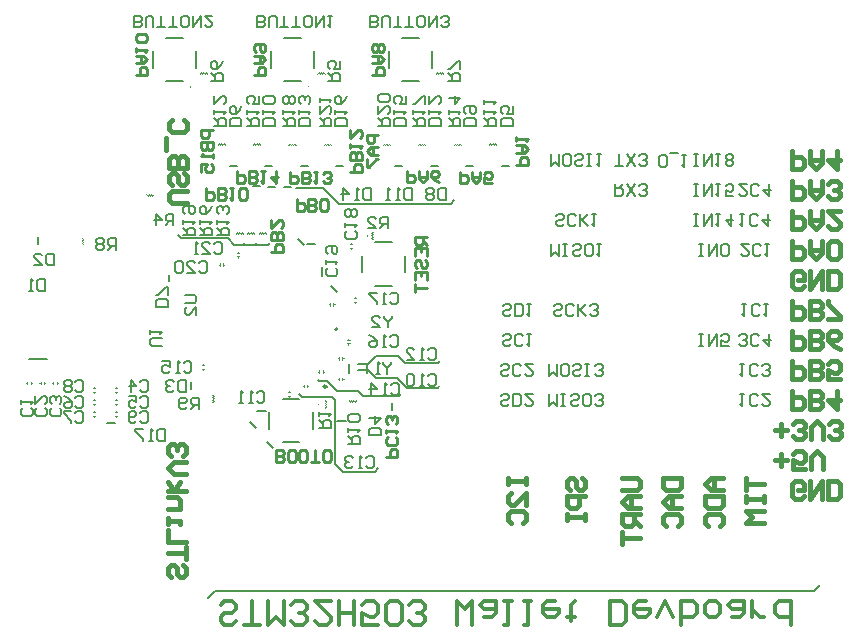
<source format=gbo>
G04*
G04 #@! TF.GenerationSoftware,Altium Limited,Altium Designer,26.2.0 (7)*
G04*
G04 Layer_Color=32896*
%FSLAX44Y44*%
%MOMM*%
G71*
G04*
G04 #@! TF.SameCoordinates,5073EF85-569D-4715-B1C4-D54BA00D27BC*
G04*
G04*
G04 #@! TF.FilePolarity,Positive*
G04*
G01*
G75*
%ADD10C,0.2000*%
%ADD11C,0.2540*%
%ADD12C,0.2500*%
%ADD13C,0.3000*%
%ADD14C,0.1000*%
%ADD21C,0.1600*%
%ADD59C,0.4000*%
%ADD60C,0.1530*%
D10*
X277830Y271638D02*
G03*
X277830Y271638I-1000J0D01*
G01*
X135634Y312420D02*
X135636Y317500D01*
X277000Y409452D02*
X283000D01*
X327000D02*
X333000D01*
X206804Y392544D02*
X212804D01*
X247000Y409452D02*
X253000D01*
X357000D02*
X363000D01*
X219504Y392430D02*
X225504D01*
X217000Y409452D02*
X223000D01*
X387000Y409452D02*
X393000D01*
X232458Y392430D02*
X238458D01*
X187000Y409452D02*
X193000D01*
X417000D02*
X423000D01*
X323850Y203500D02*
Y209500D01*
X24638Y343964D02*
Y349964D01*
X309992Y345398D02*
X323992D01*
X309992Y308398D02*
X323992D01*
X334992Y319898D02*
Y333898D01*
X298992Y319898D02*
Y333898D01*
X287648Y234502D02*
Y242002D01*
X302648Y234502D02*
Y242002D01*
X257006Y187310D02*
Y201310D01*
X220006Y187310D02*
Y201310D01*
X231506Y176310D02*
X245506D01*
X231506Y212310D02*
X245506D01*
X153924Y220774D02*
Y226774D01*
X333000Y481500D02*
X347000D01*
X333000Y518500D02*
X347000D01*
X322000Y493000D02*
Y507000D01*
X358000Y493000D02*
Y507000D01*
X133000Y481500D02*
X147000D01*
X133000Y518500D02*
X147000D01*
X122000Y493000D02*
Y507000D01*
X158000Y493000D02*
Y507000D01*
X233000Y481500D02*
X247000D01*
X233000Y518500D02*
X247000D01*
X222000Y493000D02*
Y507000D01*
X258000Y493000D02*
Y507000D01*
D11*
X318852Y163354D02*
X328848D01*
Y168352D01*
X327182Y170018D01*
X323850D01*
X322184Y168352D01*
Y163354D01*
X327182Y180015D02*
X328848Y178349D01*
Y175016D01*
X327182Y173350D01*
X320518D01*
X318852Y175016D01*
Y178349D01*
X320518Y180015D01*
X318852Y183347D02*
Y186679D01*
Y185013D01*
X328848D01*
X327182Y183347D01*
Y191678D02*
X328848Y193344D01*
Y196676D01*
X327182Y198342D01*
X325516D01*
X323850Y196676D01*
Y195010D01*
Y196676D01*
X322184Y198342D01*
X320518D01*
X318852Y196676D01*
Y193344D01*
X320518Y191678D01*
X166656Y390824D02*
Y380828D01*
X171654D01*
X173320Y382494D01*
Y385826D01*
X171654Y387492D01*
X166656D01*
X176652Y380828D02*
Y390824D01*
X181651D01*
X183317Y389158D01*
Y387492D01*
X181651Y385826D01*
X176652D01*
X181651D01*
X183317Y384160D01*
Y382494D01*
X181651Y380828D01*
X176652D01*
X186649Y390824D02*
X189981D01*
X188315D01*
Y380828D01*
X186649Y382494D01*
X194980D02*
X196646Y380828D01*
X199978D01*
X201644Y382494D01*
Y389158D01*
X199978Y390824D01*
X196646D01*
X194980Y389158D01*
Y382494D01*
X221792Y337162D02*
X231789D01*
Y342160D01*
X230123Y343826D01*
X226790D01*
X225124Y342160D01*
Y337162D01*
X231789Y347159D02*
X221792D01*
Y352157D01*
X223458Y353823D01*
X225124D01*
X226790Y352157D01*
Y347159D01*
Y352157D01*
X228456Y353823D01*
X230123D01*
X231789Y352157D01*
Y347159D01*
X221792Y363820D02*
Y357155D01*
X228456Y363820D01*
X230123D01*
X231789Y362154D01*
Y358822D01*
X230123Y357155D01*
X237776Y405048D02*
Y395051D01*
X242774D01*
X244440Y396718D01*
Y400050D01*
X242774Y401716D01*
X237776D01*
X247772Y395051D02*
Y405048D01*
X252771D01*
X254437Y403382D01*
Y401716D01*
X252771Y400050D01*
X247772D01*
X252771D01*
X254437Y398384D01*
Y396718D01*
X252771Y395051D01*
X247772D01*
X257769Y405048D02*
X261101D01*
X259435D01*
Y395051D01*
X257769Y396718D01*
X266100D02*
X267766Y395051D01*
X271098D01*
X272764Y396718D01*
Y398384D01*
X271098Y400050D01*
X269432D01*
X271098D01*
X272764Y401716D01*
Y403382D01*
X271098Y405048D01*
X267766D01*
X266100Y403382D01*
X243465Y381938D02*
Y371942D01*
X248463D01*
X250129Y373608D01*
Y376940D01*
X248463Y378606D01*
X243465D01*
X253462Y371942D02*
Y381938D01*
X258460D01*
X260126Y380272D01*
Y378606D01*
X258460Y376940D01*
X253462D01*
X258460D01*
X260126Y375274D01*
Y373608D01*
X258460Y371942D01*
X253462D01*
X263458Y373608D02*
X265125Y371942D01*
X268457D01*
X270123Y373608D01*
Y380272D01*
X268457Y381938D01*
X265125D01*
X263458Y380272D01*
Y373608D01*
X337294Y405867D02*
Y395871D01*
X342292D01*
X343958Y397537D01*
Y400869D01*
X342292Y402535D01*
X337294D01*
X347291Y405867D02*
Y399203D01*
X350623Y395871D01*
X353955Y399203D01*
Y405867D01*
Y400869D01*
X347291D01*
X363952Y395871D02*
X360620Y397537D01*
X357287Y400869D01*
Y404201D01*
X358954Y405867D01*
X362286D01*
X363952Y404201D01*
Y402535D01*
X362286Y400869D01*
X357287D01*
X312695Y435788D02*
X302699D01*
Y430790D01*
X304365Y429124D01*
X307697D01*
X309363Y430790D01*
Y435788D01*
X312695Y425791D02*
X306031D01*
X302699Y422459D01*
X306031Y419127D01*
X312695D01*
X307697D01*
Y425791D01*
X302699Y415794D02*
Y409130D01*
X304365D01*
X311029Y415794D01*
X312695D01*
X381998Y405105D02*
Y395109D01*
X386996D01*
X388662Y396775D01*
Y400107D01*
X386996Y401773D01*
X381998D01*
X391995Y405105D02*
Y398441D01*
X395327Y395109D01*
X398659Y398441D01*
Y405105D01*
Y400107D01*
X391995D01*
X408656Y395109D02*
X401991D01*
Y400107D01*
X405324Y398441D01*
X406990D01*
X408656Y400107D01*
Y403439D01*
X406990Y405105D01*
X403658D01*
X401991Y403439D01*
X428937Y410796D02*
X438933D01*
Y415794D01*
X437267Y417461D01*
X433935D01*
X432269Y415794D01*
Y410796D01*
X428937Y420793D02*
X435601D01*
X438933Y424125D01*
X435601Y427457D01*
X428937D01*
X433935D01*
Y420793D01*
X428937Y430790D02*
Y434122D01*
Y432456D01*
X438933D01*
X437267Y430790D01*
X288880Y404908D02*
X298876D01*
Y409906D01*
X297210Y411572D01*
X293878D01*
X292212Y409906D01*
Y404908D01*
X298876Y414904D02*
X288880D01*
Y419903D01*
X290546Y421569D01*
X292212D01*
X293878Y419903D01*
Y414904D01*
Y419903D01*
X295544Y421569D01*
X297210D01*
X298876Y419903D01*
Y414904D01*
X288880Y424901D02*
Y428233D01*
Y426567D01*
X298876D01*
X297210Y424901D01*
X288880Y439896D02*
Y433232D01*
X295544Y439896D01*
X297210D01*
X298876Y438230D01*
Y434898D01*
X297210Y433232D01*
X172638Y439896D02*
X162642D01*
Y434898D01*
X164308Y433232D01*
X167640D01*
X169306Y434898D01*
Y439896D01*
X162642Y429899D02*
X172638D01*
Y424901D01*
X170972Y423235D01*
X169306D01*
X167640Y424901D01*
Y429899D01*
Y424901D01*
X165974Y423235D01*
X164308D01*
X162642Y424901D01*
Y429899D01*
X172638Y419903D02*
Y416571D01*
Y418237D01*
X162642D01*
X164308Y419903D01*
X162642Y404908D02*
Y411572D01*
X167640D01*
X165974Y408240D01*
Y406574D01*
X167640Y404908D01*
X170972D01*
X172638Y406574D01*
Y409906D01*
X170972Y411572D01*
X193072Y405810D02*
Y395813D01*
X198070D01*
X199736Y397480D01*
Y400812D01*
X198070Y402478D01*
X193072D01*
X203068Y395813D02*
Y405810D01*
X208067D01*
X209733Y404144D01*
Y402478D01*
X208067Y400812D01*
X203068D01*
X208067D01*
X209733Y399146D01*
Y397480D01*
X208067Y395813D01*
X203068D01*
X213065Y405810D02*
X216397D01*
X214731D01*
Y395813D01*
X213065Y397480D01*
X226394Y405810D02*
Y395813D01*
X221396Y400812D01*
X228060D01*
X107086Y486664D02*
X117083D01*
Y491662D01*
X115417Y493329D01*
X112084D01*
X110418Y491662D01*
Y486664D01*
X107086Y496661D02*
X113750D01*
X117083Y499993D01*
X113750Y503325D01*
X107086D01*
X112084D01*
Y496661D01*
X107086Y506658D02*
Y509990D01*
Y508324D01*
X117083D01*
X115417Y506658D01*
Y514988D02*
X117083Y516654D01*
Y519987D01*
X115417Y521653D01*
X108752D01*
X107086Y519987D01*
Y516654D01*
X108752Y514988D01*
X115417D01*
X207086Y486664D02*
X217083D01*
Y491662D01*
X215417Y493329D01*
X212084D01*
X210418Y491662D01*
Y486664D01*
X207086Y496661D02*
X213750D01*
X217083Y499993D01*
X213750Y503325D01*
X207086D01*
X212084D01*
Y496661D01*
X208752Y506658D02*
X207086Y508324D01*
Y511656D01*
X208752Y513322D01*
X215417D01*
X217083Y511656D01*
Y508324D01*
X215417Y506658D01*
X213750D01*
X212084Y508324D01*
Y513322D01*
X307086Y486664D02*
X317083D01*
Y491662D01*
X315417Y493329D01*
X312084D01*
X310418Y491662D01*
Y486664D01*
X307086Y496661D02*
X313750D01*
X317083Y499993D01*
X313750Y503325D01*
X307086D01*
X312084D01*
Y496661D01*
X315417Y506658D02*
X317083Y508324D01*
Y511656D01*
X315417Y513322D01*
X313750D01*
X312084Y511656D01*
X310418Y513322D01*
X308752D01*
X307086Y511656D01*
Y508324D01*
X308752Y506658D01*
X310418D01*
X312084Y508324D01*
X313750Y506658D01*
X315417D01*
X312084Y508324D02*
Y511656D01*
D12*
X268833Y222930D02*
G03*
X268833Y222930I-1250J0D01*
G01*
X225848Y159594D02*
Y169590D01*
X230847D01*
X232513Y167924D01*
Y166258D01*
X230847Y164592D01*
X225848D01*
X230847D01*
X232513Y162926D01*
Y161260D01*
X230847Y159594D01*
X225848D01*
X240843D02*
X237511D01*
X235845Y161260D01*
Y167924D01*
X237511Y169590D01*
X240843D01*
X242509Y167924D01*
Y161260D01*
X240843Y159594D01*
X250840D02*
X247508D01*
X245842Y161260D01*
Y167924D01*
X247508Y169590D01*
X250840D01*
X252506Y167924D01*
Y161260D01*
X250840Y159594D01*
X255839D02*
X262503D01*
X259171D01*
Y169590D01*
X265835Y161260D02*
X267501Y159594D01*
X270834D01*
X272500Y161260D01*
Y167924D01*
X270834Y169590D01*
X267501D01*
X265835Y167924D01*
Y161260D01*
X353486Y349970D02*
X343490D01*
Y344971D01*
X345156Y343305D01*
X348488D01*
X350154Y344971D01*
Y349970D01*
Y346638D02*
X353486Y343305D01*
X343490Y333308D02*
Y339973D01*
X353486D01*
Y333308D01*
X348488Y339973D02*
Y336641D01*
X345156Y323312D02*
X343490Y324978D01*
Y328310D01*
X345156Y329976D01*
X346822D01*
X348488Y328310D01*
Y324978D01*
X350154Y323312D01*
X351820D01*
X353486Y324978D01*
Y328310D01*
X351820Y329976D01*
X343490Y313315D02*
Y319979D01*
X353486D01*
Y313315D01*
X348488Y319979D02*
Y316647D01*
X343490Y309983D02*
Y303318D01*
Y306650D01*
X353486D01*
D13*
X192351Y24578D02*
X189019Y21245D01*
X182354D01*
X179022Y24578D01*
Y27910D01*
X182354Y31242D01*
X189019D01*
X192351Y34574D01*
Y37906D01*
X189019Y41239D01*
X182354D01*
X179022Y37906D01*
X199016Y21245D02*
X212345D01*
X205680D01*
Y41239D01*
X219009D02*
Y21245D01*
X225674Y27910D01*
X232338Y21245D01*
Y41239D01*
X239003Y24578D02*
X242335Y21245D01*
X249000D01*
X252332Y24578D01*
Y27910D01*
X249000Y31242D01*
X245667D01*
X249000D01*
X252332Y34574D01*
Y37906D01*
X249000Y41239D01*
X242335D01*
X239003Y37906D01*
X272325Y41239D02*
X258996D01*
X272325Y27910D01*
Y24578D01*
X268993Y21245D01*
X262328D01*
X258996Y24578D01*
X278990Y21245D02*
Y41239D01*
Y31242D01*
X292319D01*
Y21245D01*
Y41239D01*
X312312Y21245D02*
X298983D01*
Y31242D01*
X305648Y27910D01*
X308980D01*
X312312Y31242D01*
Y37906D01*
X308980Y41239D01*
X302316D01*
X298983Y37906D01*
X318977Y24578D02*
X322309Y21245D01*
X328974D01*
X332306Y24578D01*
Y37906D01*
X328974Y41239D01*
X322309D01*
X318977Y37906D01*
Y24578D01*
X338970D02*
X342303Y21245D01*
X348967D01*
X352299Y24578D01*
Y27910D01*
X348967Y31242D01*
X345635D01*
X348967D01*
X352299Y34574D01*
Y37906D01*
X348967Y41239D01*
X342303D01*
X338970Y37906D01*
X378958Y21245D02*
Y41239D01*
X385622Y34574D01*
X392287Y41239D01*
Y21245D01*
X402283Y27910D02*
X408948D01*
X412280Y31242D01*
Y41239D01*
X402283D01*
X398951Y37906D01*
X402283Y34574D01*
X412280D01*
X418945Y41239D02*
X425609D01*
X422277D01*
Y21245D01*
X418945D01*
X435606Y41239D02*
X442271D01*
X438938D01*
Y21245D01*
X435606D01*
X462264Y41239D02*
X455600D01*
X452267Y37906D01*
Y31242D01*
X455600Y27910D01*
X462264D01*
X465596Y31242D01*
Y34574D01*
X452267D01*
X475593Y24578D02*
Y27910D01*
X472261D01*
X478925D01*
X475593D01*
Y37906D01*
X478925Y41239D01*
X508916Y21245D02*
Y41239D01*
X518912D01*
X522245Y37906D01*
Y24578D01*
X518912Y21245D01*
X508916D01*
X538906Y41239D02*
X532242D01*
X528909Y37906D01*
Y31242D01*
X532242Y27910D01*
X538906D01*
X542238Y31242D01*
Y34574D01*
X528909D01*
X548903Y27910D02*
X555567Y41239D01*
X562232Y27910D01*
X568896Y21245D02*
Y41239D01*
X578893D01*
X582225Y37906D01*
Y34574D01*
Y31242D01*
X578893Y27910D01*
X568896D01*
X592222Y41239D02*
X598887D01*
X602219Y37906D01*
Y31242D01*
X598887Y27910D01*
X592222D01*
X588890Y31242D01*
Y37906D01*
X592222Y41239D01*
X612216Y27910D02*
X618880D01*
X622212Y31242D01*
Y41239D01*
X612216D01*
X608884Y37906D01*
X612216Y34574D01*
X622212D01*
X628877Y27910D02*
Y41239D01*
Y34574D01*
X632209Y31242D01*
X635541Y27910D01*
X638874D01*
X662200Y21245D02*
Y41239D01*
X652203D01*
X648871Y37906D01*
Y31242D01*
X652203Y27910D01*
X662200D01*
D14*
X303242Y350898D02*
G03*
X303242Y349898I0J-500D01*
G01*
D02*
G03*
X303242Y350898I0J500D01*
G01*
X262506Y208060D02*
G03*
X261506Y208060I-500J0D01*
G01*
D02*
G03*
X262506Y208060I500J0D01*
G01*
X353750Y476000D02*
G03*
X353750Y477000I0J500D01*
G01*
D02*
G03*
X353750Y476000I0J-500D01*
G01*
X153750D02*
G03*
X153750Y477000I0J500D01*
G01*
D02*
G03*
X153750Y476000I0J-500D01*
G01*
X253750D02*
G03*
X253750Y477000I0J500D01*
G01*
D02*
G03*
X253750Y476000I0J-500D01*
G01*
X291592Y211582D02*
X292608Y210058D01*
X293624Y211582D01*
X289560D02*
X290576Y210058D01*
X291592Y211582D01*
X288544Y210058D02*
X289560Y211582D01*
X287528D02*
X288544Y210058D01*
X267208Y209296D02*
X268732Y210312D01*
X267208Y211328D02*
X268732Y210312D01*
X267208Y207264D02*
X268732Y208280D01*
X267208Y209296D02*
X268732Y208280D01*
X267208Y207264D02*
X268732Y206248D01*
X267208Y205232D02*
X268732Y206248D01*
X177332Y326390D02*
X178332D01*
Y325390D02*
Y327390D01*
X181332Y326390D02*
X182332D01*
X181332Y325390D02*
Y327390D01*
X212344Y353568D02*
X213360Y352044D01*
X211328D02*
X212344Y353568D01*
X214376D02*
X215392Y352044D01*
X213360D02*
X214376Y353568D01*
X215392Y352044D02*
X216408Y353568D01*
X217424Y352044D01*
X270550Y292608D02*
X271550D01*
Y291608D02*
Y293608D01*
X274550Y292608D02*
X275550D01*
X274550Y291608D02*
Y293608D01*
X282170Y229616D02*
X283170D01*
X282170Y228616D02*
Y230616D01*
X278170Y229616D02*
X279170D01*
Y228616D02*
Y230616D01*
X271526Y428752D02*
X272542Y427228D01*
X270510D02*
X271526Y428752D01*
X268478Y427228D02*
X269494Y428752D01*
X270510Y427228D01*
X266446D02*
X267462Y428752D01*
X268478Y427228D01*
X321564Y428752D02*
X322580Y427228D01*
X320548D02*
X321564Y428752D01*
X318516Y427228D02*
X319532Y428752D01*
X320548Y427228D01*
X316484D02*
X317500Y428752D01*
X318516Y427228D01*
X197104Y353570D02*
X198120Y352046D01*
X196088D02*
X197104Y353570D01*
X194056Y352046D02*
X195072Y353570D01*
X196088Y352046D01*
X192024D02*
X193040Y353570D01*
X194056Y352046D01*
X241554Y428752D02*
X242570Y427228D01*
X240538D02*
X241554Y428752D01*
X238506Y427228D02*
X239522Y428752D01*
X240538Y427228D01*
X236474D02*
X237490Y428752D01*
X238506Y427228D01*
X351536Y428752D02*
X352552Y427228D01*
X350520D02*
X351536Y428752D01*
X348488Y427228D02*
X349504Y428752D01*
X350520Y427228D01*
X346456D02*
X347472Y428752D01*
X348488Y427228D01*
X206502Y353568D02*
X207518Y352044D01*
X205486D02*
X206502Y353568D01*
X203454Y352044D02*
X204470Y353568D01*
X205486Y352044D01*
X201422D02*
X202438Y353568D01*
X203454Y352044D01*
X211582Y428872D02*
X212598Y427348D01*
X210566D02*
X211582Y428872D01*
X208534Y427348D02*
X209550Y428872D01*
X210566Y427348D01*
X206502D02*
X207518Y428872D01*
X208534Y427348D01*
X381508Y428752D02*
X382524Y427228D01*
X380492D02*
X381508Y428752D01*
X378460Y427228D02*
X379476Y428752D01*
X380492Y427228D01*
X376428D02*
X377444Y428752D01*
X378460Y427228D01*
X181610Y428872D02*
X182626Y427348D01*
X180594D02*
X181610Y428872D01*
X178562Y427348D02*
X179578Y428872D01*
X180594Y427348D01*
X176530D02*
X177546Y428872D01*
X178562Y427348D01*
X411480Y429006D02*
X412496Y427482D01*
X410464D02*
X411480Y429006D01*
X408432Y427482D02*
X409448Y429006D01*
X410464Y427482D01*
X406400D02*
X407416Y429006D01*
X408432Y427482D01*
X171702Y210058D02*
X173226Y211074D01*
X171702Y212090D02*
X173226Y211074D01*
X171702Y214122D02*
X173226Y213106D01*
X171702Y212090D02*
X173226Y213106D01*
X171702Y216154D02*
X173226Y215138D01*
X171702Y214122D02*
X173226Y215138D01*
X61328Y348742D02*
X62852Y349758D01*
X61328Y348742D02*
X62852Y347726D01*
X61328Y346710D02*
X62852Y345694D01*
X61328Y346710D02*
X62852Y347726D01*
X61328Y344678D02*
X62852Y343662D01*
X61328Y344678D02*
X62852Y345694D01*
X366522Y489582D02*
X367538Y488058D01*
X365506D02*
X366522Y489582D01*
X363474Y488058D02*
X364490Y489582D01*
X365506Y488058D01*
X361442D02*
X362458Y489582D01*
X363474Y488058D01*
X166624Y489582D02*
X167640Y488058D01*
X165608D02*
X166624Y489582D01*
X163576Y488058D02*
X164592Y489582D01*
X165608Y488058D01*
X161544D02*
X162560Y489582D01*
X163576Y488058D01*
X266192Y489582D02*
X267208Y488058D01*
X265176D02*
X266192Y489582D01*
X263144Y488058D02*
X264160Y489582D01*
X265176Y488058D01*
X261112D02*
X262128Y489582D01*
X263144Y488058D01*
X89678Y201525D02*
X91678D01*
X90678D02*
Y202525D01*
X89678Y198525D02*
X91678D01*
X90678Y197525D02*
Y198525D01*
X70803Y218425D02*
X72803D01*
X71803Y217425D02*
Y218425D01*
X70803Y221425D02*
X72803D01*
X71803D02*
Y222425D01*
X70803Y198359D02*
X72803D01*
X71803Y197359D02*
Y198359D01*
X70803Y201359D02*
X72803D01*
X71803D02*
Y202359D01*
X18542Y225314D02*
Y227314D01*
Y226314D02*
X19542D01*
X15542Y225314D02*
Y227314D01*
X14542Y226314D02*
X15542D01*
X288304Y340638D02*
X290304D01*
X289304Y339638D02*
Y340638D01*
X288304Y343638D02*
X290304D01*
X289304D02*
Y344638D01*
X90678Y217591D02*
Y218591D01*
X89678D02*
X91678D01*
X90678Y221591D02*
Y222591D01*
X89678Y221591D02*
X91678D01*
X193056Y336272D02*
X195056D01*
X194056D02*
Y337272D01*
X193056Y333272D02*
X195056D01*
X194056Y332272D02*
Y333272D01*
X292116Y294918D02*
X294116D01*
X293116Y293918D02*
Y294918D01*
X292116Y297918D02*
X294116D01*
X293116D02*
Y298918D01*
X286274Y262612D02*
X288274D01*
X287274D02*
Y263612D01*
X286274Y259612D02*
X288274D01*
X287274Y258612D02*
Y259612D01*
X262660Y234712D02*
Y236712D01*
X261660Y235712D02*
X262660D01*
X265660Y234712D02*
Y236712D01*
Y235712D02*
X266660D01*
X249452Y222520D02*
Y224520D01*
X248452Y223520D02*
X249452D01*
X252452Y222520D02*
Y224520D01*
Y223520D02*
X253452D01*
X282170Y245888D02*
Y247888D01*
Y246888D02*
X283170D01*
X279170Y245888D02*
Y247888D01*
X278170Y246888D02*
X279170D01*
X236236Y215162D02*
X238236D01*
X237236Y214162D02*
Y215162D01*
X236236Y218162D02*
X238236D01*
X237236D02*
Y219162D01*
X163084Y241276D02*
X165084D01*
X164084D02*
Y242276D01*
X163084Y238276D02*
X165084D01*
X164084Y237276D02*
Y238276D01*
X70803Y208519D02*
X72803D01*
X71803Y207519D02*
Y208519D01*
X70803Y211519D02*
X72803D01*
X71803D02*
Y212519D01*
X306800Y353060D02*
X308324Y354076D01*
X306800Y353060D02*
X308324Y352044D01*
X306800Y351028D02*
X308324Y350012D01*
X306800Y351028D02*
X308324Y352044D01*
X306800Y348996D02*
X308324Y347980D01*
X306800Y348996D02*
X308324Y350012D01*
X120396Y385826D02*
X121412Y384302D01*
X122428Y385826D01*
X118364D02*
X119380Y384302D01*
X120396Y385826D01*
X117348Y384302D02*
X118364Y385826D01*
X116332D02*
X117348Y384302D01*
X90678Y207685D02*
Y208685D01*
X89678D02*
X91678D01*
X90678Y211685D02*
Y212685D01*
X89678Y211685D02*
X91678D01*
X36386Y226314D02*
X37386D01*
Y225314D02*
Y227314D01*
X40386Y226314D02*
X41386D01*
X40386Y225314D02*
Y227314D01*
X25718Y226314D02*
X26718D01*
Y225314D02*
Y227314D01*
X29718Y226314D02*
X30718D01*
X29718Y225314D02*
Y227314D01*
D21*
X373888Y377952D02*
X376682Y380746D01*
X354330Y377952D02*
X373888D01*
X279400D02*
X354330D01*
X295656Y219456D02*
X299974Y215138D01*
X145542Y348488D02*
X185166D01*
X142748Y351282D02*
X145542Y348488D01*
X185166D02*
X190500Y343154D01*
X198374D02*
X200152Y344932D01*
X208026Y343154D02*
X209804Y344932D01*
X190500Y343154D02*
X218948D01*
X220726Y344932D01*
X264922Y316992D02*
Y324104D01*
X218253Y176292D02*
X223282Y171263D01*
X210312Y202184D02*
X217424D01*
X277876Y193802D02*
X284988D01*
X272272Y308289D02*
X277301Y303260D01*
X252222Y343660D02*
X259334D01*
X203775Y193056D02*
X208804Y188027D01*
X244579Y348160D02*
X249608Y343131D01*
X82804Y192278D02*
X89916D01*
X681736Y50038D02*
X686816Y55118D01*
X174498Y50038D02*
X681736D01*
X168529Y44069D02*
X174498Y50038D01*
X242570Y391414D02*
X265938D01*
X279400Y377952D01*
X16884Y246806D02*
X31884D01*
X330200Y215138D02*
X331724Y216662D01*
X299974Y215138D02*
X330200D01*
X277622Y219456D02*
X295656D01*
X269494Y227584D02*
X277622Y219456D01*
X362966Y243332D02*
X364744Y245110D01*
X335026Y243332D02*
X362966D01*
X329438Y248920D02*
X335026Y243332D01*
X362966Y222250D02*
X364236Y223520D01*
X337058Y222250D02*
X362966D01*
X328676Y230632D02*
X337058Y222250D01*
X309626Y150876D02*
X312674Y153924D01*
X282956Y150876D02*
X309626D01*
X276098Y157734D02*
X282956Y150876D01*
X276098Y157734D02*
Y211328D01*
X273050Y214376D02*
X276098Y211328D01*
X247650Y214376D02*
X273050D01*
X245618Y216408D02*
X247650Y214376D01*
X261366Y228600D02*
X262382Y227584D01*
X269494D01*
X321056Y230632D02*
X328676D01*
X321056Y248920D02*
X329438D01*
X310642Y230632D02*
X321056D01*
X304038Y237236D02*
X310642Y230632D01*
X295402Y237236D02*
X304038D01*
X295402Y242316D02*
X304038D01*
X310642Y248920D01*
X321056D01*
D59*
X662622Y371518D02*
Y356283D01*
X670239D01*
X672779Y358822D01*
Y363900D01*
X670239Y366439D01*
X662622D01*
X677857Y371518D02*
Y361361D01*
X682935Y356283D01*
X688014Y361361D01*
Y371518D01*
Y363900D01*
X677857D01*
X703249Y371518D02*
X693092D01*
X703249Y361361D01*
Y358822D01*
X700710Y356283D01*
X695631D01*
X693092Y358822D01*
X672779Y308022D02*
X670239Y305483D01*
X665161D01*
X662622Y308022D01*
Y318178D01*
X665161Y320718D01*
X670239D01*
X672779Y318178D01*
Y313100D01*
X667700D01*
X677857Y320718D02*
Y305483D01*
X688014Y320718D01*
Y305483D01*
X693092D02*
Y320718D01*
X700710D01*
X703249Y318178D01*
Y308022D01*
X700710Y305483D01*
X693092D01*
X662622Y269918D02*
Y254682D01*
X670239D01*
X672779Y257222D01*
Y262300D01*
X670239Y264839D01*
X662622D01*
X677857Y254682D02*
Y269918D01*
X685475D01*
X688014Y267378D01*
Y264839D01*
X685475Y262300D01*
X677857D01*
X685475D01*
X688014Y259761D01*
Y257222D01*
X685475Y254682D01*
X677857D01*
X703249D02*
X698170Y257222D01*
X693092Y262300D01*
Y267378D01*
X695631Y269918D01*
X700710D01*
X703249Y267378D01*
Y264839D01*
X700710Y262300D01*
X693092D01*
X662622Y295317D02*
Y280082D01*
X670239D01*
X672779Y282622D01*
Y287700D01*
X670239Y290239D01*
X662622D01*
X677857Y280082D02*
Y295317D01*
X685475D01*
X688014Y292778D01*
Y290239D01*
X685475Y287700D01*
X677857D01*
X685475D01*
X688014Y285161D01*
Y282622D01*
X685475Y280082D01*
X677857D01*
X693092D02*
X703249D01*
Y282622D01*
X693092Y292778D01*
Y295317D01*
X662622Y244517D02*
Y229282D01*
X670239D01*
X672779Y231822D01*
Y236900D01*
X670239Y239439D01*
X662622D01*
X677857Y229282D02*
Y244517D01*
X685475D01*
X688014Y241978D01*
Y239439D01*
X685475Y236900D01*
X677857D01*
X685475D01*
X688014Y234361D01*
Y231822D01*
X685475Y229282D01*
X677857D01*
X703249D02*
X693092D01*
Y236900D01*
X698170Y234361D01*
X700710D01*
X703249Y236900D01*
Y241978D01*
X700710Y244517D01*
X695631D01*
X693092Y241978D01*
X662622Y219118D02*
Y203882D01*
X670239D01*
X672779Y206422D01*
Y211500D01*
X670239Y214039D01*
X662622D01*
X677857Y203882D02*
Y219118D01*
X685475D01*
X688014Y216578D01*
Y214039D01*
X685475Y211500D01*
X677857D01*
X685475D01*
X688014Y208961D01*
Y206422D01*
X685475Y203882D01*
X677857D01*
X700710Y219118D02*
Y203882D01*
X693092Y211500D01*
X703249D01*
X662622Y422318D02*
Y407082D01*
X670239D01*
X672779Y409622D01*
Y414700D01*
X670239Y417239D01*
X662622D01*
X677857Y422318D02*
Y412161D01*
X682935Y407082D01*
X688014Y412161D01*
Y422318D01*
Y414700D01*
X677857D01*
X700710Y422318D02*
Y407082D01*
X693092Y414700D01*
X703249D01*
X662622Y396917D02*
Y381682D01*
X670239D01*
X672779Y384222D01*
Y389300D01*
X670239Y391839D01*
X662622D01*
X677857Y396917D02*
Y386761D01*
X682935Y381682D01*
X688014Y386761D01*
Y396917D01*
Y389300D01*
X677857D01*
X693092Y384222D02*
X695631Y381682D01*
X700710D01*
X703249Y384222D01*
Y386761D01*
X700710Y389300D01*
X698170D01*
X700710D01*
X703249Y391839D01*
Y394378D01*
X700710Y396917D01*
X695631D01*
X693092Y394378D01*
X662622Y346118D02*
Y330882D01*
X670239D01*
X672779Y333422D01*
Y338500D01*
X670239Y341039D01*
X662622D01*
X677857Y346118D02*
Y335961D01*
X682935Y330882D01*
X688014Y335961D01*
Y346118D01*
Y338500D01*
X677857D01*
X693092Y333422D02*
X695631Y330882D01*
X700710D01*
X703249Y333422D01*
Y343578D01*
X700710Y346118D01*
X695631D01*
X693092Y343578D01*
Y333422D01*
X624000Y146000D02*
Y135843D01*
Y140922D01*
X639235D01*
X624000Y130765D02*
Y125687D01*
Y128226D01*
X639235D01*
Y130765D01*
Y125687D01*
Y118069D02*
X624000D01*
X629078Y112991D01*
X624000Y107912D01*
X639235D01*
X474922Y135843D02*
X472383Y138383D01*
Y143461D01*
X474922Y146000D01*
X477461D01*
X480000Y143461D01*
Y138383D01*
X482539Y135843D01*
X485078D01*
X487617Y138383D01*
Y143461D01*
X485078Y146000D01*
X487617Y130765D02*
X472383D01*
Y123147D01*
X474922Y120608D01*
X480000D01*
X482539Y123147D01*
Y130765D01*
X472383Y115530D02*
Y110451D01*
Y112991D01*
X487617D01*
Y115530D01*
Y110451D01*
X422382Y146000D02*
Y140922D01*
Y143461D01*
X437617D01*
Y146000D01*
Y140922D01*
Y123147D02*
Y133304D01*
X427461Y123147D01*
X424922D01*
X422382Y125687D01*
Y130765D01*
X424922Y133304D01*
Y107912D02*
X422382Y110451D01*
Y115530D01*
X424922Y118069D01*
X435078D01*
X437617Y115530D01*
Y110451D01*
X435078Y107912D01*
X554002Y146000D02*
X569238D01*
Y138383D01*
X566698Y135843D01*
X556542D01*
X554002Y138383D01*
Y146000D01*
X569238Y130765D02*
X559081D01*
X554002Y125687D01*
X559081Y120608D01*
X569238D01*
X561620D01*
Y130765D01*
X556542Y105373D02*
X554002Y107912D01*
Y112991D01*
X556542Y115530D01*
X566698D01*
X569238Y112991D01*
Y107912D01*
X566698Y105373D01*
X519002Y146000D02*
X531698D01*
X534238Y143461D01*
Y138383D01*
X531698Y135843D01*
X519002D01*
X534238Y130765D02*
X524081D01*
X519002Y125687D01*
X524081Y120608D01*
X534238D01*
X526620D01*
Y130765D01*
X534238Y115530D02*
X519002D01*
Y107912D01*
X521542Y105373D01*
X526620D01*
X529159Y107912D01*
Y115530D01*
Y110451D02*
X534238Y105373D01*
X519002Y100295D02*
Y90138D01*
Y95216D01*
X534238D01*
X604238Y146000D02*
X594081D01*
X589002Y140922D01*
X594081Y135843D01*
X604238D01*
X596620D01*
Y146000D01*
X589002Y130765D02*
X604238D01*
Y123147D01*
X601698Y120608D01*
X591542D01*
X589002Y123147D01*
Y130765D01*
X591542Y105373D02*
X589002Y107912D01*
Y112991D01*
X591542Y115530D01*
X601698D01*
X604238Y112991D01*
Y107912D01*
X601698Y105373D01*
X648652Y186100D02*
X658809D01*
X653730Y181022D02*
Y191178D01*
X663887Y181022D02*
X666426Y178482D01*
X671505D01*
X674044Y181022D01*
Y183561D01*
X671505Y186100D01*
X668965D01*
X671505D01*
X674044Y188639D01*
Y191178D01*
X671505Y193717D01*
X666426D01*
X663887Y191178D01*
X679122Y178482D02*
Y188639D01*
X684201Y193717D01*
X689279Y188639D01*
Y178482D01*
X694357Y181022D02*
X696896Y178482D01*
X701975D01*
X704514Y181022D01*
Y183561D01*
X701975Y186100D01*
X699436D01*
X701975D01*
X704514Y188639D01*
Y191178D01*
X701975Y193717D01*
X696896D01*
X694357Y191178D01*
X648652Y160700D02*
X658809D01*
X653730Y155622D02*
Y165778D01*
X674044Y153082D02*
X663887D01*
Y160700D01*
X668965Y158161D01*
X671505D01*
X674044Y160700D01*
Y165778D01*
X671505Y168318D01*
X666426D01*
X663887Y165778D01*
X679122Y153082D02*
Y163239D01*
X684201Y168318D01*
X689279Y163239D01*
Y153082D01*
X672779Y130222D02*
X670239Y127682D01*
X665161D01*
X662622Y130222D01*
Y140378D01*
X665161Y142917D01*
X670239D01*
X672779Y140378D01*
Y135300D01*
X667700D01*
X677857Y142917D02*
Y127682D01*
X688014Y142917D01*
Y127682D01*
X693092D02*
Y142917D01*
X700710D01*
X703249Y140378D01*
Y130222D01*
X700710Y127682D01*
X693092D01*
X146988Y71875D02*
X149488Y69376D01*
Y64377D01*
X146988Y61878D01*
X144489D01*
X141990Y64377D01*
Y69376D01*
X139491Y71875D01*
X136992D01*
X134492Y69376D01*
Y64377D01*
X136992Y61878D01*
X149488Y76873D02*
Y86870D01*
Y81872D01*
X134492D01*
X149488Y91868D02*
X134492D01*
Y101865D01*
Y106864D02*
Y111862D01*
Y109363D01*
X144489D01*
Y106864D01*
X134492Y119360D02*
X144489D01*
Y126857D01*
X141990Y129356D01*
X134492D01*
Y134355D02*
X149488D01*
X139491D02*
X144489Y141852D01*
X139491Y134355D02*
X134492Y141852D01*
X149488Y149350D02*
X139491D01*
X134492Y154348D01*
X139491Y159347D01*
X149488D01*
X146988Y164345D02*
X149488Y166844D01*
Y171843D01*
X146988Y174342D01*
X144489D01*
X141990Y171843D01*
Y169343D01*
Y171843D01*
X139491Y174342D01*
X136992D01*
X134492Y171843D01*
Y166844D01*
X136992Y164345D01*
X150737Y378523D02*
X138241D01*
X135742Y381022D01*
Y386021D01*
X138241Y388520D01*
X150737D01*
X148238Y403515D02*
X150737Y401016D01*
Y396018D01*
X148238Y393518D01*
X145739D01*
X143240Y396018D01*
Y401016D01*
X140740Y403515D01*
X138241D01*
X135742Y401016D01*
Y396018D01*
X138241Y393518D01*
X150737Y408514D02*
X135742D01*
Y416011D01*
X138241Y418510D01*
X140740D01*
X143240Y416011D01*
Y408514D01*
Y416011D01*
X145739Y418510D01*
X148238D01*
X150737Y416011D01*
Y408514D01*
X133243Y423509D02*
Y433506D01*
X148238Y448501D02*
X150737Y446002D01*
Y441003D01*
X148238Y438504D01*
X138241D01*
X135742Y441003D01*
Y446002D01*
X138241Y448501D01*
D60*
X425002Y258968D02*
X423335Y257302D01*
X420003D01*
X418337Y258968D01*
Y260634D01*
X420003Y262300D01*
X423335D01*
X425002Y263966D01*
Y265632D01*
X423335Y267298D01*
X420003D01*
X418337Y265632D01*
X434998Y258968D02*
X433332Y257302D01*
X430000D01*
X428334Y258968D01*
Y265632D01*
X430000Y267298D01*
X433332D01*
X434998Y265632D01*
X438331Y267298D02*
X441663D01*
X439997D01*
Y257302D01*
X438331Y258968D01*
X425002Y284368D02*
X423335Y282702D01*
X420003D01*
X418337Y284368D01*
Y286034D01*
X420003Y287700D01*
X423335D01*
X425002Y289366D01*
Y291032D01*
X423335Y292698D01*
X420003D01*
X418337Y291032D01*
X428334Y282702D02*
Y292698D01*
X433332D01*
X434998Y291032D01*
Y284368D01*
X433332Y282702D01*
X428334D01*
X438331Y292698D02*
X441663D01*
X439997D01*
Y282702D01*
X438331Y284368D01*
X468337D02*
X466671Y282702D01*
X463339D01*
X461673Y284368D01*
Y286034D01*
X463339Y287700D01*
X466671D01*
X468337Y289366D01*
Y291032D01*
X466671Y292698D01*
X463339D01*
X461673Y291032D01*
X478334Y284368D02*
X476668Y282702D01*
X473335D01*
X471669Y284368D01*
Y291032D01*
X473335Y292698D01*
X476668D01*
X478334Y291032D01*
X481666Y282702D02*
Y292698D01*
Y289366D01*
X488331Y282702D01*
X483332Y287700D01*
X488331Y292698D01*
X491663Y284368D02*
X493329Y282702D01*
X496661D01*
X498327Y284368D01*
Y286034D01*
X496661Y287700D01*
X494995D01*
X496661D01*
X498327Y289366D01*
Y291032D01*
X496661Y292698D01*
X493329D01*
X491663Y291032D01*
X457507Y241898D02*
Y231902D01*
X460840Y235234D01*
X464172Y231902D01*
Y241898D01*
X472502Y231902D02*
X469170D01*
X467504Y233568D01*
Y240232D01*
X469170Y241898D01*
X472502D01*
X474169Y240232D01*
Y233568D01*
X472502Y231902D01*
X484165Y233568D02*
X482499Y231902D01*
X479167D01*
X477501Y233568D01*
Y235234D01*
X479167Y236900D01*
X482499D01*
X484165Y238566D01*
Y240232D01*
X482499Y241898D01*
X479167D01*
X477501Y240232D01*
X487498Y231902D02*
X490830D01*
X489164D01*
Y241898D01*
X487498D01*
X490830D01*
X495828Y233568D02*
X497494Y231902D01*
X500827D01*
X502493Y233568D01*
Y235234D01*
X500827Y236900D01*
X499160D01*
X500827D01*
X502493Y238566D01*
Y240232D01*
X500827Y241898D01*
X497494D01*
X495828Y240232D01*
X459173Y419698D02*
Y409702D01*
X462506Y413034D01*
X465838Y409702D01*
Y419698D01*
X474169Y409702D02*
X470836D01*
X469170Y411368D01*
Y418032D01*
X470836Y419698D01*
X474169D01*
X475835Y418032D01*
Y411368D01*
X474169Y409702D01*
X485831Y411368D02*
X484165Y409702D01*
X480833D01*
X479167Y411368D01*
Y413034D01*
X480833Y414700D01*
X484165D01*
X485831Y416366D01*
Y418032D01*
X484165Y419698D01*
X480833D01*
X479167Y418032D01*
X489164Y409702D02*
X492496D01*
X490830D01*
Y419698D01*
X489164D01*
X492496D01*
X497494D02*
X500827D01*
X499160D01*
Y409702D01*
X497494Y411368D01*
X459173Y343498D02*
Y333502D01*
X462506Y336834D01*
X465838Y333502D01*
Y343498D01*
X469170Y333502D02*
X472502D01*
X470836D01*
Y343498D01*
X469170D01*
X472502D01*
X484165Y335168D02*
X482499Y333502D01*
X479167D01*
X477501Y335168D01*
Y336834D01*
X479167Y338500D01*
X482499D01*
X484165Y340166D01*
Y341832D01*
X482499Y343498D01*
X479167D01*
X477501Y341832D01*
X492496Y333502D02*
X489164D01*
X487498Y335168D01*
Y341832D01*
X489164Y343498D01*
X492496D01*
X494162Y341832D01*
Y335168D01*
X492496Y333502D01*
X497494Y343498D02*
X500827D01*
X499160D01*
Y333502D01*
X497494Y335168D01*
X470003Y360568D02*
X468337Y358902D01*
X465005D01*
X463339Y360568D01*
Y362234D01*
X465005Y363900D01*
X468337D01*
X470003Y365566D01*
Y367232D01*
X468337Y368898D01*
X465005D01*
X463339Y367232D01*
X480000Y360568D02*
X478334Y358902D01*
X475002D01*
X473335Y360568D01*
Y367232D01*
X475002Y368898D01*
X478334D01*
X480000Y367232D01*
X483332Y358902D02*
Y368898D01*
Y365566D01*
X489997Y358902D01*
X484998Y363900D01*
X489997Y368898D01*
X493329D02*
X496661D01*
X494995D01*
Y358902D01*
X493329Y360568D01*
X513291Y409702D02*
X519955D01*
X516623D01*
Y419698D01*
X523288Y409702D02*
X529952Y419698D01*
Y409702D02*
X523288Y419698D01*
X533284Y411368D02*
X534951Y409702D01*
X538283D01*
X539949Y411368D01*
Y413034D01*
X538283Y414700D01*
X536617D01*
X538283D01*
X539949Y416366D01*
Y418032D01*
X538283Y419698D01*
X534951D01*
X533284Y418032D01*
X513291Y394298D02*
Y384302D01*
X518289D01*
X519955Y385968D01*
Y389300D01*
X518289Y390966D01*
X513291D01*
X516623D02*
X519955Y394298D01*
X523288Y384302D02*
X529952Y394298D01*
Y384302D02*
X523288Y394298D01*
X533284Y385968D02*
X534951Y384302D01*
X538283D01*
X539949Y385968D01*
Y387634D01*
X538283Y389300D01*
X536617D01*
X538283D01*
X539949Y390966D01*
Y392632D01*
X538283Y394298D01*
X534951D01*
X533284Y392632D01*
X554955Y408869D02*
X551623D01*
X549957Y410535D01*
Y417199D01*
X551623Y418865D01*
X554955D01*
X556622Y417199D01*
Y410535D01*
X554955Y408869D01*
X559954Y420532D02*
X566618D01*
X569951Y418865D02*
X573283D01*
X571617D01*
Y408869D01*
X569951Y410535D01*
X584124Y257302D02*
X587456D01*
X585790D01*
Y267298D01*
X584124D01*
X587456D01*
X592455D02*
Y257302D01*
X599119Y267298D01*
Y257302D01*
X609116D02*
X602451D01*
Y262300D01*
X605784Y260634D01*
X607450D01*
X609116Y262300D01*
Y265632D01*
X607450Y267298D01*
X604118D01*
X602451Y265632D01*
X579959Y384302D02*
X583291D01*
X581625D01*
Y394298D01*
X579959D01*
X583291D01*
X588289D02*
Y384302D01*
X594954Y394298D01*
Y384302D01*
X598286Y394298D02*
X601618D01*
X599952D01*
Y384302D01*
X598286Y385968D01*
X613281Y384302D02*
X606617D01*
Y389300D01*
X609949Y387634D01*
X611615D01*
X613281Y389300D01*
Y392632D01*
X611615Y394298D01*
X608283D01*
X606617Y392632D01*
X579959Y409702D02*
X583291D01*
X581625D01*
Y419698D01*
X579959D01*
X583291D01*
X588289D02*
Y409702D01*
X594954Y419698D01*
Y409702D01*
X598286Y419698D02*
X601618D01*
X599952D01*
Y409702D01*
X598286Y411368D01*
X606617D02*
X608283Y409702D01*
X611615D01*
X613281Y411368D01*
Y413034D01*
X611615Y414700D01*
X613281Y416366D01*
Y418032D01*
X611615Y419698D01*
X608283D01*
X606617Y418032D01*
Y416366D01*
X608283Y414700D01*
X606617Y413034D01*
Y411368D01*
X608283Y414700D02*
X611615D01*
X579959Y358902D02*
X583291D01*
X581625D01*
Y368898D01*
X579959D01*
X583291D01*
X588289D02*
Y358902D01*
X594954Y368898D01*
Y358902D01*
X598286Y368898D02*
X601618D01*
X599952D01*
Y358902D01*
X598286Y360568D01*
X611615Y368898D02*
Y358902D01*
X606617Y363900D01*
X613281D01*
X584124Y333502D02*
X587456D01*
X585790D01*
Y343498D01*
X584124D01*
X587456D01*
X592455D02*
Y333502D01*
X599119Y343498D01*
Y333502D01*
X602451Y335168D02*
X604118Y333502D01*
X607450D01*
X609116Y335168D01*
Y341832D01*
X607450Y343498D01*
X604118D01*
X602451Y341832D01*
Y335168D01*
X626622Y343498D02*
X619957D01*
X626622Y336834D01*
Y335168D01*
X624955Y333502D01*
X621623D01*
X619957Y335168D01*
X636618D02*
X634952Y333502D01*
X631620D01*
X629954Y335168D01*
Y341832D01*
X631620Y343498D01*
X634952D01*
X636618Y341832D01*
X639951Y343498D02*
X643283D01*
X641617D01*
Y333502D01*
X639951Y335168D01*
X619124Y368898D02*
X622456D01*
X620790D01*
Y358902D01*
X619124Y360568D01*
X634119D02*
X632453Y358902D01*
X629121D01*
X627455Y360568D01*
Y367232D01*
X629121Y368898D01*
X632453D01*
X634119Y367232D01*
X642450Y368898D02*
Y358902D01*
X637452Y363900D01*
X644116D01*
X624955Y394298D02*
X618291D01*
X624955Y387634D01*
Y385968D01*
X623289Y384302D01*
X619957D01*
X618291Y385968D01*
X634952D02*
X633286Y384302D01*
X629954D01*
X628288Y385968D01*
Y392632D01*
X629954Y394298D01*
X633286D01*
X634952Y392632D01*
X643283Y394298D02*
Y384302D01*
X638284Y389300D01*
X644949D01*
X618291Y258968D02*
X619957Y257302D01*
X623289D01*
X624955Y258968D01*
Y260634D01*
X623289Y262300D01*
X621623D01*
X623289D01*
X624955Y263966D01*
Y265632D01*
X623289Y267298D01*
X619957D01*
X618291Y265632D01*
X634952Y258968D02*
X633286Y257302D01*
X629954D01*
X628288Y258968D01*
Y265632D01*
X629954Y267298D01*
X633286D01*
X634952Y265632D01*
X643283Y267298D02*
Y257302D01*
X638284Y262300D01*
X644949D01*
X620790Y292698D02*
X624122D01*
X622456D01*
Y282702D01*
X620790Y284368D01*
X635785D02*
X634119Y282702D01*
X630787D01*
X629121Y284368D01*
Y291032D01*
X630787Y292698D01*
X634119D01*
X635785Y291032D01*
X639118Y292698D02*
X642450D01*
X640784D01*
Y282702D01*
X639118Y284368D01*
X423335Y233568D02*
X421669Y231902D01*
X418337D01*
X416671Y233568D01*
Y235234D01*
X418337Y236900D01*
X421669D01*
X423335Y238566D01*
Y240232D01*
X421669Y241898D01*
X418337D01*
X416671Y240232D01*
X433332Y233568D02*
X431666Y231902D01*
X428334D01*
X426668Y233568D01*
Y240232D01*
X428334Y241898D01*
X431666D01*
X433332Y240232D01*
X443329Y241898D02*
X436665D01*
X443329Y235234D01*
Y233568D01*
X441663Y231902D01*
X438331D01*
X436665Y233568D01*
X423335Y208168D02*
X421669Y206502D01*
X418337D01*
X416671Y208168D01*
Y209834D01*
X418337Y211500D01*
X421669D01*
X423335Y213166D01*
Y214832D01*
X421669Y216498D01*
X418337D01*
X416671Y214832D01*
X426668Y206502D02*
Y216498D01*
X431666D01*
X433332Y214832D01*
Y208168D01*
X431666Y206502D01*
X426668D01*
X443329Y216498D02*
X436665D01*
X443329Y209834D01*
Y208168D01*
X441663Y206502D01*
X438331D01*
X436665Y208168D01*
X619124Y216498D02*
X622456D01*
X620790D01*
Y206502D01*
X619124Y208168D01*
X634119D02*
X632453Y206502D01*
X629121D01*
X627455Y208168D01*
Y214832D01*
X629121Y216498D01*
X632453D01*
X634119Y214832D01*
X644116Y216498D02*
X637452D01*
X644116Y209834D01*
Y208168D01*
X642450Y206502D01*
X639118D01*
X637452Y208168D01*
X619124Y241898D02*
X622456D01*
X620790D01*
Y231902D01*
X619124Y233568D01*
X634119D02*
X632453Y231902D01*
X629121D01*
X627455Y233568D01*
Y240232D01*
X629121Y241898D01*
X632453D01*
X634119Y240232D01*
X637452Y233568D02*
X639118Y231902D01*
X642450D01*
X644116Y233568D01*
Y235234D01*
X642450Y236900D01*
X640784D01*
X642450D01*
X644116Y238566D01*
Y240232D01*
X642450Y241898D01*
X639118D01*
X637452Y240232D01*
X457507Y216498D02*
Y206502D01*
X460840Y209834D01*
X464172Y206502D01*
Y216498D01*
X467504Y206502D02*
X470836D01*
X469170D01*
Y216498D01*
X467504D01*
X470836D01*
X482499Y208168D02*
X480833Y206502D01*
X477501D01*
X475835Y208168D01*
Y209834D01*
X477501Y211500D01*
X480833D01*
X482499Y213166D01*
Y214832D01*
X480833Y216498D01*
X477501D01*
X475835Y214832D01*
X490830Y206502D02*
X487498D01*
X485831Y208168D01*
Y214832D01*
X487498Y216498D01*
X490830D01*
X492496Y214832D01*
Y208168D01*
X490830Y206502D01*
X495828Y208168D02*
X497494Y206502D01*
X500827D01*
X502493Y208168D01*
Y209834D01*
X500827Y211500D01*
X499160D01*
X500827D01*
X502493Y213166D01*
Y214832D01*
X500827Y216498D01*
X497494D01*
X495828Y214832D01*
X131622Y187116D02*
Y177120D01*
X126624D01*
X124958Y178786D01*
Y185450D01*
X126624Y187116D01*
X131622D01*
X121625Y177120D02*
X118293D01*
X119959D01*
Y187116D01*
X121625Y185450D01*
X113294Y187116D02*
X106630D01*
Y185450D01*
X113294Y178786D01*
Y177120D01*
X30287Y314370D02*
Y304374D01*
X25288D01*
X23622Y306040D01*
Y312704D01*
X25288Y314370D01*
X30287D01*
X20290Y304374D02*
X16957D01*
X18624D01*
Y314370D01*
X20290Y312704D01*
X134284Y290627D02*
X124288D01*
Y295626D01*
X125954Y297292D01*
X132618D01*
X134284Y295626D01*
Y290627D01*
Y300624D02*
Y307289D01*
X132618D01*
X125954Y300624D01*
X124288D01*
X262972Y444040D02*
X272968D01*
Y449038D01*
X271302Y450704D01*
X267970D01*
X266304Y449038D01*
Y444040D01*
Y447372D02*
X262972Y450704D01*
Y460701D02*
Y454037D01*
X269636Y460701D01*
X271302D01*
X272968Y459035D01*
Y455703D01*
X271302Y454037D01*
X262972Y464034D02*
Y467366D01*
Y465700D01*
X272968D01*
X271302Y464034D01*
X312756Y444040D02*
X322752D01*
Y449038D01*
X321086Y450704D01*
X317754D01*
X316088Y449038D01*
Y444040D01*
Y447372D02*
X312756Y450704D01*
Y460701D02*
Y454037D01*
X319420Y460701D01*
X321086D01*
X322752Y459035D01*
Y455703D01*
X321086Y454037D01*
Y464034D02*
X322752Y465700D01*
Y469032D01*
X321086Y470698D01*
X314422D01*
X312756Y469032D01*
Y465700D01*
X314422Y464034D01*
X321086D01*
X147402Y350978D02*
X157398D01*
Y355976D01*
X155732Y357642D01*
X152400D01*
X150734Y355976D01*
Y350978D01*
Y354310D02*
X147402Y357642D01*
Y360975D02*
Y364307D01*
Y362641D01*
X157398D01*
X155732Y360975D01*
X149068Y369305D02*
X147402Y370971D01*
Y374304D01*
X149068Y375970D01*
X155732D01*
X157398Y374304D01*
Y370971D01*
X155732Y369305D01*
X154066D01*
X152400Y370971D01*
Y375970D01*
X231984Y444040D02*
X241980D01*
Y449038D01*
X240314Y450704D01*
X236982D01*
X235316Y449038D01*
Y444040D01*
Y447372D02*
X231984Y450704D01*
Y454037D02*
Y457369D01*
Y455703D01*
X241980D01*
X240314Y454037D01*
Y462367D02*
X241980Y464034D01*
Y467366D01*
X240314Y469032D01*
X238648D01*
X236982Y467366D01*
X235316Y469032D01*
X233650D01*
X231984Y467366D01*
Y464034D01*
X233650Y462367D01*
X235316D01*
X236982Y464034D01*
X238648Y462367D01*
X240314D01*
X236982Y464034D02*
Y467366D01*
X341966Y444040D02*
X351962D01*
Y449038D01*
X350296Y450704D01*
X346964D01*
X345298Y449038D01*
Y444040D01*
Y447372D02*
X341966Y450704D01*
Y454037D02*
Y457369D01*
Y455703D01*
X351962D01*
X350296Y454037D01*
X351962Y462367D02*
Y469032D01*
X350296D01*
X343632Y462367D01*
X341966D01*
X161626Y350978D02*
X171622D01*
Y355976D01*
X169956Y357642D01*
X166624D01*
X164958Y355976D01*
Y350978D01*
Y354310D02*
X161626Y357642D01*
Y360975D02*
Y364307D01*
Y362641D01*
X171622D01*
X169956Y360975D01*
X171622Y375970D02*
X169956Y372638D01*
X166624Y369305D01*
X163292D01*
X161626Y370971D01*
Y374304D01*
X163292Y375970D01*
X164958D01*
X166624Y374304D01*
Y369305D01*
X201758Y444040D02*
X211754D01*
Y449038D01*
X210088Y450704D01*
X206756D01*
X205090Y449038D01*
Y444040D01*
Y447372D02*
X201758Y450704D01*
Y454037D02*
Y457369D01*
Y455703D01*
X211754D01*
X210088Y454037D01*
X211754Y469032D02*
Y462367D01*
X206756D01*
X208422Y465700D01*
Y467366D01*
X206756Y469032D01*
X203424D01*
X201758Y467366D01*
Y464034D01*
X203424Y462367D01*
X372192Y444040D02*
X382188D01*
Y449038D01*
X380522Y450704D01*
X377190D01*
X375524Y449038D01*
Y444040D01*
Y447372D02*
X372192Y450704D01*
Y454037D02*
Y457369D01*
Y455703D01*
X382188D01*
X380522Y454037D01*
X372192Y467366D02*
X382188D01*
X377190Y462367D01*
Y469032D01*
X176358Y350978D02*
X186354D01*
Y355976D01*
X184688Y357642D01*
X181356D01*
X179690Y355976D01*
Y350978D01*
Y354310D02*
X176358Y357642D01*
Y360975D02*
Y364307D01*
Y362641D01*
X186354D01*
X184688Y360975D01*
Y369305D02*
X186354Y370971D01*
Y374304D01*
X184688Y375970D01*
X183022D01*
X181356Y374304D01*
Y372638D01*
Y374304D01*
X179690Y375970D01*
X178024D01*
X176358Y374304D01*
Y370971D01*
X178024Y369305D01*
X173564Y444040D02*
X183560D01*
Y449038D01*
X181894Y450704D01*
X178562D01*
X176896Y449038D01*
Y444040D01*
Y447372D02*
X173564Y450704D01*
Y454037D02*
Y457369D01*
Y455703D01*
X183560D01*
X181894Y454037D01*
X173564Y469032D02*
Y462367D01*
X180228Y469032D01*
X181894D01*
X183560Y467366D01*
Y464034D01*
X181894Y462367D01*
X402418Y444040D02*
X412414D01*
Y449038D01*
X410748Y450704D01*
X407416D01*
X405750Y449038D01*
Y444040D01*
Y447372D02*
X402418Y450704D01*
Y454037D02*
Y457369D01*
Y455703D01*
X412414D01*
X410748Y454037D01*
X402418Y462367D02*
Y465700D01*
Y464034D01*
X412414D01*
X410748Y462367D01*
X286848Y174702D02*
X296844D01*
Y179700D01*
X295178Y181367D01*
X291846D01*
X290180Y179700D01*
Y174702D01*
Y178034D02*
X286848Y181367D01*
Y184699D02*
Y188031D01*
Y186365D01*
X296844D01*
X295178Y184699D01*
Y193029D02*
X296844Y194695D01*
Y198028D01*
X295178Y199694D01*
X288514D01*
X286848Y198028D01*
Y194695D01*
X288514Y193029D01*
X295178D01*
X160731Y203790D02*
Y213786D01*
X155732D01*
X154066Y212120D01*
Y208788D01*
X155732Y207122D01*
X160731D01*
X157398D02*
X154066Y203790D01*
X150734Y205456D02*
X149068Y203790D01*
X145736D01*
X144069Y205456D01*
Y212120D01*
X145736Y213786D01*
X149068D01*
X150734Y212120D01*
Y210454D01*
X149068Y208788D01*
X144069D01*
X90373Y338664D02*
Y348660D01*
X85374D01*
X83708Y346994D01*
Y343662D01*
X85374Y341996D01*
X90373D01*
X87040D02*
X83708Y338664D01*
X80376Y346994D02*
X78710Y348660D01*
X75377D01*
X73711Y346994D01*
Y345328D01*
X75377Y343662D01*
X73711Y341996D01*
Y340330D01*
X75377Y338664D01*
X78710D01*
X80376Y340330D01*
Y341996D01*
X78710Y343662D01*
X80376Y345328D01*
Y346994D01*
X78710Y343662D02*
X75377D01*
X371430Y481889D02*
X381426D01*
Y486888D01*
X379760Y488554D01*
X376428D01*
X374762Y486888D01*
Y481889D01*
Y485222D02*
X371430Y488554D01*
X381426Y491886D02*
Y498551D01*
X379760D01*
X373096Y491886D01*
X371430D01*
X171278Y481889D02*
X181274D01*
Y486888D01*
X179608Y488554D01*
X176276D01*
X174610Y486888D01*
Y481889D01*
Y485222D02*
X171278Y488554D01*
X181274Y498551D02*
X179608Y495218D01*
X176276Y491886D01*
X172944D01*
X171278Y493552D01*
Y496884D01*
X172944Y498551D01*
X174610D01*
X176276Y496884D01*
Y491886D01*
X270338Y481889D02*
X280334D01*
Y486888D01*
X278668Y488554D01*
X275336D01*
X273670Y486888D01*
Y481889D01*
Y485222D02*
X270338Y488554D01*
X280334Y498551D02*
Y491886D01*
X275336D01*
X277002Y495218D01*
Y496884D01*
X275336Y498551D01*
X272004D01*
X270338Y496884D01*
Y493552D01*
X272004Y491886D01*
X286176Y444040D02*
X276180D01*
Y449038D01*
X277846Y450704D01*
X284510D01*
X286176Y449038D01*
Y444040D01*
X276180Y454037D02*
Y457369D01*
Y455703D01*
X286176D01*
X284510Y454037D01*
X286176Y469032D02*
X284510Y465700D01*
X281178Y462367D01*
X277846D01*
X276180Y464034D01*
Y467366D01*
X277846Y469032D01*
X279512D01*
X281178Y467366D01*
Y462367D01*
X335960Y444040D02*
X325964D01*
Y449038D01*
X327630Y450704D01*
X334294D01*
X335960Y449038D01*
Y444040D01*
X325964Y454037D02*
Y457369D01*
Y455703D01*
X335960D01*
X334294Y454037D01*
X335960Y469032D02*
Y462367D01*
X330962D01*
X332628Y465700D01*
Y467366D01*
X330962Y469032D01*
X327630D01*
X325964Y467366D01*
Y464034D01*
X327630Y462367D01*
X306374Y391328D02*
Y381332D01*
X301376D01*
X299709Y382998D01*
Y389662D01*
X301376Y391328D01*
X306374D01*
X296377Y381332D02*
X293045D01*
X294711D01*
Y391328D01*
X296377Y389662D01*
X283048Y381332D02*
Y391328D01*
X288046Y386330D01*
X281382D01*
X255188Y444040D02*
X245192D01*
Y449038D01*
X246858Y450704D01*
X253522D01*
X255188Y449038D01*
Y444040D01*
X245192Y454037D02*
Y457369D01*
Y455703D01*
X255188D01*
X253522Y454037D01*
Y462367D02*
X255188Y464034D01*
Y467366D01*
X253522Y469032D01*
X251856D01*
X250190Y467366D01*
Y465700D01*
Y467366D01*
X248524Y469032D01*
X246858D01*
X245192Y467366D01*
Y464034D01*
X246858Y462367D01*
X365424Y444040D02*
X355428D01*
Y449038D01*
X357094Y450704D01*
X363758D01*
X365424Y449038D01*
Y444040D01*
X355428Y454037D02*
Y457369D01*
Y455703D01*
X365424D01*
X363758Y454037D01*
X355428Y469032D02*
Y462367D01*
X362092Y469032D01*
X363758D01*
X365424Y467366D01*
Y464034D01*
X363758Y462367D01*
X340776Y391332D02*
Y381336D01*
X335777D01*
X334111Y383002D01*
Y389666D01*
X335777Y391332D01*
X340776D01*
X330779Y381336D02*
X327447D01*
X329113D01*
Y391332D01*
X330779Y389666D01*
X322448Y381336D02*
X319116D01*
X320782D01*
Y391332D01*
X322448Y389666D01*
X224962Y444040D02*
X214966D01*
Y449038D01*
X216632Y450704D01*
X223296D01*
X224962Y449038D01*
Y444040D01*
X214966Y454037D02*
Y457369D01*
Y455703D01*
X224962D01*
X223296Y454037D01*
Y462367D02*
X224962Y464034D01*
Y467366D01*
X223296Y469032D01*
X216632D01*
X214966Y467366D01*
Y464034D01*
X216632Y462367D01*
X223296D01*
X395396Y444040D02*
X385400D01*
Y449038D01*
X387066Y450704D01*
X393730D01*
X395396Y449038D01*
Y444040D01*
X387066Y454037D02*
X385400Y455703D01*
Y459035D01*
X387066Y460701D01*
X393730D01*
X395396Y459035D01*
Y455703D01*
X393730Y454037D01*
X392064D01*
X390398Y455703D01*
Y460701D01*
X369519Y391332D02*
Y381336D01*
X364520D01*
X362854Y383002D01*
Y389666D01*
X364520Y391332D01*
X369519D01*
X359522Y389666D02*
X357856Y391332D01*
X354524D01*
X352857Y389666D01*
Y388000D01*
X354524Y386334D01*
X352857Y384668D01*
Y383002D01*
X354524Y381336D01*
X357856D01*
X359522Y383002D01*
Y384668D01*
X357856Y386334D01*
X359522Y388000D01*
Y389666D01*
X357856Y386334D02*
X354524D01*
X196768Y444040D02*
X186772D01*
Y449038D01*
X188438Y450704D01*
X195102D01*
X196768Y449038D01*
Y444040D01*
Y460701D02*
X195102Y457369D01*
X191770Y454037D01*
X188438D01*
X186772Y455703D01*
Y459035D01*
X188438Y460701D01*
X190104D01*
X191770Y459035D01*
Y454037D01*
X426384Y444040D02*
X416388D01*
Y449038D01*
X418054Y450704D01*
X424718D01*
X426384Y449038D01*
Y444040D01*
Y460701D02*
Y454037D01*
X421386D01*
X423052Y457369D01*
Y459035D01*
X421386Y460701D01*
X418054D01*
X416388Y459035D01*
Y455703D01*
X418054Y454037D01*
X314624Y181625D02*
X304628D01*
Y186624D01*
X306294Y188290D01*
X312958D01*
X314624Y186624D01*
Y181625D01*
X304628Y196620D02*
X314624D01*
X309626Y191622D01*
Y198286D01*
X149809Y228264D02*
Y218268D01*
X144810D01*
X143144Y219934D01*
Y226598D01*
X144810Y228264D01*
X149809D01*
X139812Y226598D02*
X138146Y228264D01*
X134813D01*
X133147Y226598D01*
Y224932D01*
X134813Y223266D01*
X136480D01*
X134813D01*
X133147Y221600D01*
Y219934D01*
X134813Y218268D01*
X138146D01*
X139812Y219934D01*
X305546Y527130D02*
Y537127D01*
X310544D01*
X312210Y535461D01*
Y533795D01*
X310544Y532128D01*
X305546D01*
X310544D01*
X312210Y530462D01*
Y528796D01*
X310544Y527130D01*
X305546D01*
X315543D02*
Y535461D01*
X317209Y537127D01*
X320541D01*
X322207Y535461D01*
Y527130D01*
X325539D02*
X332204D01*
X328872D01*
Y537127D01*
X335536Y527130D02*
X342201D01*
X338868D01*
Y537127D01*
X350531Y527130D02*
X347199D01*
X345533Y528796D01*
Y535461D01*
X347199Y537127D01*
X350531D01*
X352197Y535461D01*
Y528796D01*
X350531Y527130D01*
X355530Y537127D02*
Y527130D01*
X362194Y537127D01*
Y527130D01*
X365527Y528796D02*
X367193Y527130D01*
X370525D01*
X372191Y528796D01*
Y530462D01*
X370525Y532128D01*
X368859D01*
X370525D01*
X372191Y533795D01*
Y535461D01*
X370525Y537127D01*
X367193D01*
X365527Y535461D01*
X105546Y527130D02*
Y537127D01*
X110544D01*
X112210Y535461D01*
Y533795D01*
X110544Y532128D01*
X105546D01*
X110544D01*
X112210Y530462D01*
Y528796D01*
X110544Y527130D01*
X105546D01*
X115543D02*
Y535461D01*
X117209Y537127D01*
X120541D01*
X122207Y535461D01*
Y527130D01*
X125539D02*
X132204D01*
X128872D01*
Y537127D01*
X135536Y527130D02*
X142201D01*
X138869D01*
Y537127D01*
X150531Y527130D02*
X147199D01*
X145533Y528796D01*
Y535461D01*
X147199Y537127D01*
X150531D01*
X152198Y535461D01*
Y528796D01*
X150531Y527130D01*
X155530Y537127D02*
Y527130D01*
X162194Y537127D01*
Y527130D01*
X172191Y537127D02*
X165527D01*
X172191Y530462D01*
Y528796D01*
X170525Y527130D01*
X167193D01*
X165527Y528796D01*
X209751Y527130D02*
Y537127D01*
X214750D01*
X216416Y535461D01*
Y533795D01*
X214750Y532128D01*
X209751D01*
X214750D01*
X216416Y530462D01*
Y528796D01*
X214750Y527130D01*
X209751D01*
X219748D02*
Y535461D01*
X221414Y537127D01*
X224746D01*
X226413Y535461D01*
Y527130D01*
X229745D02*
X236409D01*
X233077D01*
Y537127D01*
X239742Y527130D02*
X246406D01*
X243074D01*
Y537127D01*
X254737Y527130D02*
X251404D01*
X249738Y528796D01*
Y535461D01*
X251404Y537127D01*
X254737D01*
X256403Y535461D01*
Y528796D01*
X254737Y527130D01*
X259735Y537127D02*
Y527130D01*
X266400Y537127D01*
Y527130D01*
X269732Y537127D02*
X273064D01*
X271398D01*
Y527130D01*
X269732Y528796D01*
X129204Y257495D02*
X120874D01*
X119208Y259162D01*
Y262494D01*
X120874Y264160D01*
X129204D01*
X119208Y267492D02*
Y270825D01*
Y269158D01*
X129204D01*
X127538Y267492D01*
X111142Y200309D02*
X112808Y201975D01*
X116140D01*
X117806Y200309D01*
Y193645D01*
X116140Y191979D01*
X112808D01*
X111142Y193645D01*
X107809D02*
X106143Y191979D01*
X102811D01*
X101145Y193645D01*
Y200309D01*
X102811Y201975D01*
X106143D01*
X107809Y200309D01*
Y198643D01*
X106143Y196977D01*
X101145D01*
X56194Y226559D02*
X57860Y228225D01*
X61193D01*
X62859Y226559D01*
Y219895D01*
X61193Y218229D01*
X57860D01*
X56194Y219895D01*
X52862Y226559D02*
X51196Y228225D01*
X47864D01*
X46198Y226559D01*
Y224893D01*
X47864Y223227D01*
X46198Y221561D01*
Y219895D01*
X47864Y218229D01*
X51196D01*
X52862Y219895D01*
Y221561D01*
X51196Y223227D01*
X52862Y224893D01*
Y226559D01*
X51196Y223227D02*
X47864D01*
X56068Y200690D02*
X57734Y202356D01*
X61066D01*
X62732Y200690D01*
Y194026D01*
X61066Y192360D01*
X57734D01*
X56068Y194026D01*
X52735Y202356D02*
X46071D01*
Y200690D01*
X52735Y194026D01*
Y192360D01*
X56194Y213097D02*
X57860Y214763D01*
X61193D01*
X62859Y213097D01*
Y206433D01*
X61193Y204767D01*
X57860D01*
X56194Y206433D01*
X46198Y214763D02*
X49530Y213097D01*
X52862Y209765D01*
Y206433D01*
X51196Y204767D01*
X47864D01*
X46198Y206433D01*
Y208099D01*
X47864Y209765D01*
X52862D01*
X18826Y204790D02*
X20492Y203124D01*
Y199792D01*
X18826Y198126D01*
X12162D01*
X10496Y199792D01*
Y203124D01*
X12162Y204790D01*
X10496Y208123D02*
Y211455D01*
Y209789D01*
X20492D01*
X18826Y208123D01*
X320723Y356952D02*
Y366948D01*
X315724D01*
X314058Y365282D01*
Y361950D01*
X315724Y360284D01*
X320723D01*
X317390D02*
X314058Y356952D01*
X304061D02*
X310726D01*
X304061Y363616D01*
Y365282D01*
X305728Y366948D01*
X309060D01*
X310726Y365282D01*
X262718Y188153D02*
X272714D01*
Y193152D01*
X271048Y194818D01*
X267716D01*
X266050Y193152D01*
Y188153D01*
Y191486D02*
X262718Y194818D01*
Y198150D02*
Y201483D01*
Y199816D01*
X272714D01*
X271048Y198150D01*
X38049Y335706D02*
Y325710D01*
X33050D01*
X31384Y327376D01*
Y334040D01*
X33050Y335706D01*
X38049D01*
X21387Y325710D02*
X28052D01*
X21387Y332374D01*
Y334040D01*
X23054Y335706D01*
X26386D01*
X28052Y334040D01*
X292892Y354849D02*
X294558Y353182D01*
Y349850D01*
X292892Y348184D01*
X286228D01*
X284562Y349850D01*
Y353182D01*
X286228Y354849D01*
X284562Y358181D02*
Y361513D01*
Y359847D01*
X294558D01*
X292892Y358181D01*
Y366511D02*
X294558Y368177D01*
Y371510D01*
X292892Y373176D01*
X291226D01*
X289560Y371510D01*
X287894Y373176D01*
X286228D01*
X284562Y371510D01*
Y368177D01*
X286228Y366511D01*
X287894D01*
X289560Y368177D01*
X291226Y366511D01*
X292892D01*
X289560Y368177D02*
Y371510D01*
X148672Y300685D02*
X157002D01*
X158668Y299018D01*
Y295686D01*
X157002Y294020D01*
X148672D01*
X158668Y284023D02*
Y290688D01*
X152004Y284023D01*
X150338D01*
X148672Y285689D01*
Y289022D01*
X150338Y290688D01*
X139141Y359492D02*
Y369488D01*
X134142D01*
X132476Y367822D01*
Y364490D01*
X134142Y362824D01*
X139141D01*
X135808D02*
X132476Y359492D01*
X124145D02*
Y369488D01*
X129144Y364490D01*
X122479D01*
X111142Y213517D02*
X112808Y215183D01*
X116140D01*
X117806Y213517D01*
Y206853D01*
X116140Y205187D01*
X112808D01*
X111142Y206853D01*
X101145Y215183D02*
X107809D01*
Y210185D01*
X104477Y211851D01*
X102811D01*
X101145Y210185D01*
Y206853D01*
X102811Y205187D01*
X106143D01*
X107809Y206853D01*
X42702Y204790D02*
X44368Y203124D01*
Y199792D01*
X42702Y198126D01*
X36038D01*
X34372Y199792D01*
Y203124D01*
X36038Y204790D01*
X42702Y208123D02*
X44368Y209789D01*
Y213121D01*
X42702Y214787D01*
X41036D01*
X39370Y213121D01*
Y211455D01*
Y213121D01*
X37704Y214787D01*
X36038D01*
X34372Y213121D01*
Y209789D01*
X36038Y208123D01*
X30256Y204790D02*
X31922Y203124D01*
Y199792D01*
X30256Y198126D01*
X23592D01*
X21926Y199792D01*
Y203124D01*
X23592Y204790D01*
X21926Y214787D02*
Y208123D01*
X28590Y214787D01*
X30256D01*
X31922Y213121D01*
Y209789D01*
X30256Y208123D01*
X111142Y226725D02*
X112808Y228391D01*
X116140D01*
X117806Y226725D01*
Y220061D01*
X116140Y218395D01*
X112808D01*
X111142Y220061D01*
X102811Y218395D02*
Y228391D01*
X107809Y223393D01*
X101145D01*
X323799Y283128D02*
Y281462D01*
X320466Y278130D01*
X317134Y281462D01*
Y283128D01*
X320466Y278130D02*
Y273132D01*
X307137D02*
X313802D01*
X307137Y279796D01*
Y281462D01*
X308804Y283128D01*
X312136D01*
X313802Y281462D01*
X323657Y243758D02*
Y242092D01*
X320324Y238760D01*
X316992Y242092D01*
Y243758D01*
X320324Y238760D02*
Y233762D01*
X313660D02*
X310327D01*
X311994D01*
Y243758D01*
X313660Y242092D01*
X173654Y343946D02*
X175320Y345612D01*
X178653D01*
X180319Y343946D01*
Y337282D01*
X178653Y335616D01*
X175320D01*
X173654Y337282D01*
X163658Y335616D02*
X170322D01*
X163658Y342280D01*
Y343946D01*
X165324Y345612D01*
X168656D01*
X170322Y343946D01*
X160325Y335616D02*
X156993D01*
X158659D01*
Y345612D01*
X160325Y343946D01*
X160842Y327690D02*
X162509Y329356D01*
X165841D01*
X167507Y327690D01*
Y321026D01*
X165841Y319360D01*
X162509D01*
X160842Y321026D01*
X150846Y319360D02*
X157510D01*
X150846Y326024D01*
Y327690D01*
X152512Y329356D01*
X155844D01*
X157510Y327690D01*
X147514D02*
X145847Y329356D01*
X142515D01*
X140849Y327690D01*
Y321026D01*
X142515Y319360D01*
X145847D01*
X147514Y321026D01*
Y327690D01*
X276382Y323606D02*
X278048Y321940D01*
Y318608D01*
X276382Y316942D01*
X269718D01*
X268052Y318608D01*
Y321940D01*
X269718Y323606D01*
X268052Y326939D02*
Y330271D01*
Y328605D01*
X278048D01*
X276382Y326939D01*
X269718Y335269D02*
X268052Y336936D01*
Y340268D01*
X269718Y341934D01*
X276382D01*
X278048Y340268D01*
Y336936D01*
X276382Y335269D01*
X274716D01*
X273050Y336936D01*
Y341934D01*
X322822Y301020D02*
X324488Y302686D01*
X327820D01*
X329486Y301020D01*
Y294356D01*
X327820Y292690D01*
X324488D01*
X322822Y294356D01*
X319489Y292690D02*
X316157D01*
X317823D01*
Y302686D01*
X319489Y301020D01*
X311159Y302686D02*
X304494D01*
Y301020D01*
X311159Y294356D01*
Y292690D01*
X322836Y264952D02*
X324502Y266618D01*
X327834D01*
X329500Y264952D01*
Y258288D01*
X327834Y256622D01*
X324502D01*
X322836Y258288D01*
X319503Y256622D02*
X316171D01*
X317837D01*
Y266618D01*
X319503Y264952D01*
X304508Y266618D02*
X307840Y264952D01*
X311173Y261620D01*
Y258288D01*
X309506Y256622D01*
X306174D01*
X304508Y258288D01*
Y259954D01*
X306174Y261620D01*
X311173D01*
X147708Y242854D02*
X149374Y244520D01*
X152706D01*
X154373Y242854D01*
Y236190D01*
X152706Y234524D01*
X149374D01*
X147708Y236190D01*
X144376Y234524D02*
X141044D01*
X142710D01*
Y244520D01*
X144376Y242854D01*
X129381Y244520D02*
X136045D01*
Y239522D01*
X132713Y241188D01*
X131047D01*
X129381Y239522D01*
Y236190D01*
X131047Y234524D01*
X134379D01*
X136045Y236190D01*
X323078Y224566D02*
X324744Y226232D01*
X328076D01*
X329742Y224566D01*
Y217902D01*
X328076Y216236D01*
X324744D01*
X323078Y217902D01*
X319745Y216236D02*
X316413D01*
X318079D01*
Y226232D01*
X319745Y224566D01*
X306416Y216236D02*
Y226232D01*
X311415Y221234D01*
X304750D01*
X302504Y162684D02*
X304170Y164350D01*
X307502D01*
X309168Y162684D01*
Y156020D01*
X307502Y154354D01*
X304170D01*
X302504Y156020D01*
X299171Y154354D02*
X295839D01*
X297505D01*
Y164350D01*
X299171Y162684D01*
X290840D02*
X289174Y164350D01*
X285842D01*
X284176Y162684D01*
Y161018D01*
X285842Y159352D01*
X287508D01*
X285842D01*
X284176Y157686D01*
Y156020D01*
X285842Y154354D01*
X289174D01*
X290840Y156020D01*
X354827Y253778D02*
X356494Y255444D01*
X359826D01*
X361492Y253778D01*
Y247114D01*
X359826Y245448D01*
X356494D01*
X354827Y247114D01*
X351495Y245448D02*
X348163D01*
X349829D01*
Y255444D01*
X351495Y253778D01*
X336500Y245448D02*
X343164D01*
X336500Y252112D01*
Y253778D01*
X338166Y255444D01*
X341498D01*
X343164Y253778D01*
X209555Y217454D02*
X211221Y219120D01*
X214553D01*
X216219Y217454D01*
Y210790D01*
X214553Y209124D01*
X211221D01*
X209555Y210790D01*
X206222Y209124D02*
X202890D01*
X204556D01*
Y219120D01*
X206222Y217454D01*
X197892Y209124D02*
X194560D01*
X196226D01*
Y219120D01*
X197892Y217454D01*
X354827Y232038D02*
X356494Y233704D01*
X359826D01*
X361492Y232038D01*
Y225374D01*
X359826Y223708D01*
X356494D01*
X354827Y225374D01*
X351495Y223708D02*
X348163D01*
X349829D01*
Y233704D01*
X351495Y232038D01*
X343164D02*
X341498Y233704D01*
X338166D01*
X336500Y232038D01*
Y225374D01*
X338166Y223708D01*
X341498D01*
X343164Y225374D01*
Y232038D01*
M02*

</source>
